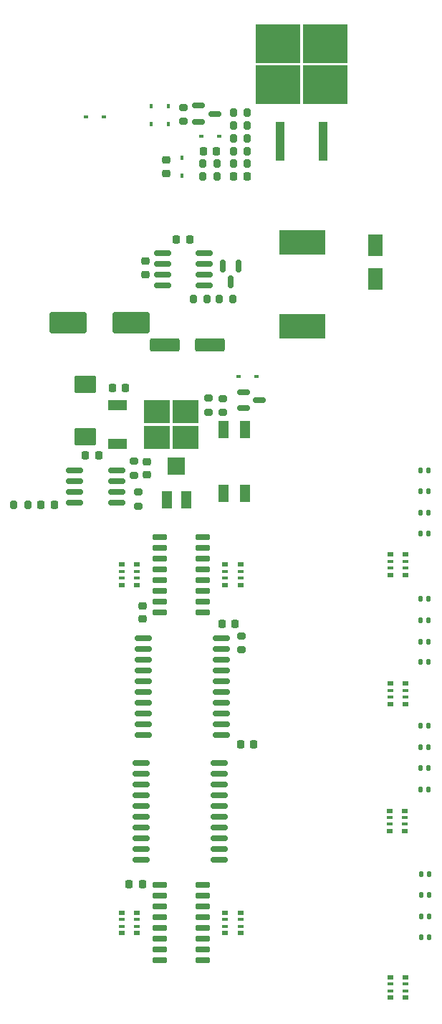
<source format=gbr>
%TF.GenerationSoftware,KiCad,Pcbnew,(6.0.4-0)*%
%TF.CreationDate,2022-05-22T20:42:40+12:00*%
%TF.ProjectId,controller,636f6e74-726f-46c6-9c65-722e6b696361,1.0*%
%TF.SameCoordinates,PX4900f70PY2ebae40*%
%TF.FileFunction,Paste,Top*%
%TF.FilePolarity,Positive*%
%FSLAX46Y46*%
G04 Gerber Fmt 4.6, Leading zero omitted, Abs format (unit mm)*
G04 Created by KiCad (PCBNEW (6.0.4-0)) date 2022-05-22 20:42:40*
%MOMM*%
%LPD*%
G01*
G04 APERTURE LIST*
G04 Aperture macros list*
%AMRoundRect*
0 Rectangle with rounded corners*
0 $1 Rounding radius*
0 $2 $3 $4 $5 $6 $7 $8 $9 X,Y pos of 4 corners*
0 Add a 4 corners polygon primitive as box body*
4,1,4,$2,$3,$4,$5,$6,$7,$8,$9,$2,$3,0*
0 Add four circle primitives for the rounded corners*
1,1,$1+$1,$2,$3*
1,1,$1+$1,$4,$5*
1,1,$1+$1,$6,$7*
1,1,$1+$1,$8,$9*
0 Add four rect primitives between the rounded corners*
20,1,$1+$1,$2,$3,$4,$5,0*
20,1,$1+$1,$4,$5,$6,$7,0*
20,1,$1+$1,$6,$7,$8,$9,0*
20,1,$1+$1,$8,$9,$2,$3,0*%
G04 Aperture macros list end*
%ADD10RoundRect,0.147500X0.147500X0.172500X-0.147500X0.172500X-0.147500X-0.172500X0.147500X-0.172500X0*%
%ADD11RoundRect,0.250000X1.500000X0.550000X-1.500000X0.550000X-1.500000X-0.550000X1.500000X-0.550000X0*%
%ADD12RoundRect,0.225000X0.250000X-0.225000X0.250000X0.225000X-0.250000X0.225000X-0.250000X-0.225000X0*%
%ADD13RoundRect,0.147500X-0.147500X-0.172500X0.147500X-0.172500X0.147500X0.172500X-0.147500X0.172500X0*%
%ADD14R,0.800000X0.500000*%
%ADD15R,0.800000X0.400000*%
%ADD16RoundRect,0.200000X-0.275000X0.200000X-0.275000X-0.200000X0.275000X-0.200000X0.275000X0.200000X0*%
%ADD17RoundRect,0.200000X0.200000X0.275000X-0.200000X0.275000X-0.200000X-0.275000X0.200000X-0.275000X0*%
%ADD18R,1.300000X2.000000*%
%ADD19R,2.000000X2.000000*%
%ADD20RoundRect,0.200000X0.275000X-0.200000X0.275000X0.200000X-0.275000X0.200000X-0.275000X-0.200000X0*%
%ADD21RoundRect,0.150000X-0.875000X-0.150000X0.875000X-0.150000X0.875000X0.150000X-0.875000X0.150000X0*%
%ADD22R,3.050000X2.750000*%
%ADD23R,2.200000X1.200000*%
%ADD24RoundRect,0.200000X-0.200000X-0.275000X0.200000X-0.275000X0.200000X0.275000X-0.200000X0.275000X0*%
%ADD25R,5.400000X2.900000*%
%ADD26R,5.250000X4.550000*%
%ADD27R,1.100000X4.600000*%
%ADD28R,0.600000X0.450000*%
%ADD29R,0.450000X0.600000*%
%ADD30RoundRect,0.250000X1.950000X1.000000X-1.950000X1.000000X-1.950000X-1.000000X1.950000X-1.000000X0*%
%ADD31R,1.200000X2.000000*%
%ADD32R,1.800000X2.500000*%
%ADD33RoundRect,0.225000X-0.250000X0.225000X-0.250000X-0.225000X0.250000X-0.225000X0.250000X0.225000X0*%
%ADD34RoundRect,0.225000X-0.225000X-0.250000X0.225000X-0.250000X0.225000X0.250000X-0.225000X0.250000X0*%
%ADD35RoundRect,0.225000X0.225000X0.250000X-0.225000X0.250000X-0.225000X-0.250000X0.225000X-0.250000X0*%
%ADD36RoundRect,0.150000X-0.150000X0.587500X-0.150000X-0.587500X0.150000X-0.587500X0.150000X0.587500X0*%
%ADD37RoundRect,0.150000X-0.587500X-0.150000X0.587500X-0.150000X0.587500X0.150000X-0.587500X0.150000X0*%
%ADD38RoundRect,0.150000X0.725000X0.150000X-0.725000X0.150000X-0.725000X-0.150000X0.725000X-0.150000X0*%
%ADD39RoundRect,0.150000X-0.825000X-0.150000X0.825000X-0.150000X0.825000X0.150000X-0.825000X0.150000X0*%
%ADD40RoundRect,0.250000X1.025000X-0.787500X1.025000X0.787500X-1.025000X0.787500X-1.025000X-0.787500X0*%
G04 APERTURE END LIST*
D10*
%TO.C,D15*%
X51185000Y-53750000D03*
X50215000Y-53750000D03*
%TD*%
D11*
%TO.C,C10*%
X25375000Y-38950000D03*
X19975000Y-38950000D03*
%TD*%
D12*
%TO.C,C1*%
X20150000Y-18675000D03*
X20150000Y-17125000D03*
%TD*%
D13*
%TO.C,D13*%
X50215000Y-58750000D03*
X51185000Y-58750000D03*
%TD*%
D14*
%TO.C,RN1*%
X14900000Y-64900000D03*
D15*
X14900000Y-65700000D03*
X14900000Y-66500000D03*
D14*
X14900000Y-67300000D03*
X16700000Y-67300000D03*
D15*
X16700000Y-66500000D03*
X16700000Y-65700000D03*
D14*
X16700000Y-64900000D03*
%TD*%
D16*
%TO.C,R13*%
X16350000Y-52675000D03*
X16350000Y-54325000D03*
%TD*%
D17*
%TO.C,R6*%
X26175000Y-17550000D03*
X24525000Y-17550000D03*
%TD*%
D10*
%TO.C,D8*%
X51255000Y-108900000D03*
X50285000Y-108900000D03*
%TD*%
D18*
%TO.C,RV1*%
X20250000Y-57250000D03*
D19*
X21400000Y-53250000D03*
D18*
X22550000Y-57250000D03*
%TD*%
D20*
%TO.C,R16*%
X25150000Y-46905000D03*
X25150000Y-45255000D03*
%TD*%
D21*
%TO.C,U5*%
X17178560Y-88277440D03*
X17178560Y-89547440D03*
X17178560Y-90817440D03*
X17178560Y-92087440D03*
X17178560Y-93357440D03*
X17178560Y-94627440D03*
X17178560Y-95897440D03*
X17178560Y-97167440D03*
X17178560Y-98437440D03*
X17178560Y-99707440D03*
X26478560Y-99707440D03*
X26478560Y-98437440D03*
X26478560Y-97167440D03*
X26478560Y-95897440D03*
X26478560Y-94627440D03*
X26478560Y-93357440D03*
X26478560Y-92087440D03*
X26478560Y-90817440D03*
X26478560Y-89547440D03*
X26478560Y-88277440D03*
%TD*%
D13*
%TO.C,D14*%
X50215000Y-56200000D03*
X51185000Y-56200000D03*
%TD*%
D14*
%TO.C,RN6*%
X48450000Y-66100000D03*
D15*
X48450000Y-65300000D03*
X48450000Y-64500000D03*
D14*
X48450000Y-63700000D03*
X46650000Y-63700000D03*
D15*
X46650000Y-64500000D03*
X46650000Y-65300000D03*
D14*
X46650000Y-66100000D03*
%TD*%
D22*
%TO.C,U1*%
X22425000Y-49903000D03*
X19075000Y-46853000D03*
X22425000Y-46853000D03*
X19075000Y-49903000D03*
D23*
X14450000Y-46098000D03*
X14450000Y-50658000D03*
%TD*%
D17*
%TO.C,R7*%
X29750000Y-17550000D03*
X28100000Y-17550000D03*
%TD*%
D10*
%TO.C,D11*%
X51255000Y-101400000D03*
X50285000Y-101400000D03*
%TD*%
D17*
%TO.C,R12*%
X25025000Y-33500000D03*
X23375000Y-33500000D03*
%TD*%
D24*
%TO.C,R5*%
X28100000Y-11550000D03*
X29750000Y-11550000D03*
%TD*%
D13*
%TO.C,D21*%
X50215000Y-88920000D03*
X51185000Y-88920000D03*
%TD*%
D12*
%TO.C,C11*%
X17900000Y-54275000D03*
X17900000Y-52725000D03*
%TD*%
D17*
%TO.C,R14*%
X3825000Y-57850000D03*
X2175000Y-57850000D03*
%TD*%
D25*
%TO.C,L1*%
X36250000Y-26850000D03*
X36250000Y-36750000D03*
%TD*%
D26*
%TO.C,Q2*%
X38950000Y-8200000D03*
X33400000Y-3350000D03*
X38950000Y-3350000D03*
X33400000Y-8200000D03*
D27*
X33635000Y-14925000D03*
X38715000Y-14925000D03*
%TD*%
D24*
%TO.C,R8*%
X28100000Y-16050000D03*
X29750000Y-16050000D03*
%TD*%
D28*
%TO.C,D2*%
X26400000Y-14350000D03*
X24300000Y-14350000D03*
%TD*%
D29*
%TO.C,D1*%
X22050000Y-16850000D03*
X22050000Y-18950000D03*
%TD*%
D13*
%TO.C,D17*%
X50215000Y-73968000D03*
X51185000Y-73968000D03*
%TD*%
D16*
%TO.C,R17*%
X26850000Y-45275000D03*
X26850000Y-46925000D03*
%TD*%
D30*
%TO.C,C4*%
X16000000Y-36300000D03*
X8600000Y-36300000D03*
%TD*%
D31*
%TO.C,LF1*%
X26980000Y-56478000D03*
X29520000Y-56478000D03*
X29520000Y-48978000D03*
X26980000Y-48978000D03*
%TD*%
D32*
%TO.C,D6*%
X44900000Y-27200000D03*
X44900000Y-31200000D03*
%TD*%
D13*
%TO.C,D22*%
X50215000Y-86440000D03*
X51185000Y-86440000D03*
%TD*%
D33*
%TO.C,C8*%
X17750000Y-29075000D03*
X17750000Y-30625000D03*
%TD*%
D13*
%TO.C,D9*%
X50282500Y-106450000D03*
X51252500Y-106450000D03*
%TD*%
D10*
%TO.C,D12*%
X51185000Y-61250000D03*
X50215000Y-61250000D03*
%TD*%
D14*
%TO.C,RN3*%
X27150000Y-106000000D03*
D15*
X27150000Y-106800000D03*
X27150000Y-107600000D03*
D14*
X27150000Y-108400000D03*
X28950000Y-108400000D03*
D15*
X28950000Y-107600000D03*
X28950000Y-106800000D03*
D14*
X28950000Y-106000000D03*
%TD*%
%TO.C,RN2*%
X14900000Y-105982000D03*
D15*
X14900000Y-106782000D03*
X14900000Y-107582000D03*
D14*
X14900000Y-108382000D03*
X16700000Y-108382000D03*
D15*
X16700000Y-107582000D03*
X16700000Y-106782000D03*
D14*
X16700000Y-105982000D03*
%TD*%
D34*
%TO.C,C16*%
X28944000Y-86100000D03*
X30494000Y-86100000D03*
%TD*%
D35*
%TO.C,C2*%
X26125000Y-16050000D03*
X24575000Y-16050000D03*
%TD*%
D36*
%TO.C,Q3*%
X28750000Y-29640000D03*
X26850000Y-29640000D03*
X27800000Y-31515000D03*
%TD*%
D35*
%TO.C,C5*%
X15375000Y-44050000D03*
X13825000Y-44050000D03*
%TD*%
D13*
%TO.C,D18*%
X50215000Y-71470000D03*
X51185000Y-71470000D03*
%TD*%
%TO.C,D16*%
X50215000Y-76350000D03*
X51185000Y-76350000D03*
%TD*%
D33*
%TO.C,C14*%
X17419000Y-69775000D03*
X17419000Y-71325000D03*
%TD*%
D17*
%TO.C,R9*%
X29750000Y-13050000D03*
X28100000Y-13050000D03*
%TD*%
D37*
%TO.C,Q4*%
X29338500Y-44516000D03*
X29338500Y-46416000D03*
X31213500Y-45466000D03*
%TD*%
D35*
%TO.C,C6*%
X12175000Y-52000000D03*
X10625000Y-52000000D03*
%TD*%
D20*
%TO.C,R2*%
X29050000Y-74975000D03*
X29050000Y-73325000D03*
%TD*%
D14*
%TO.C,RN4*%
X28950000Y-67300000D03*
D15*
X28950000Y-66500000D03*
X28950000Y-65700000D03*
D14*
X28950000Y-64900000D03*
X27150000Y-64900000D03*
D15*
X27150000Y-65700000D03*
X27150000Y-66500000D03*
D14*
X27150000Y-67300000D03*
%TD*%
D34*
%TO.C,C15*%
X26744000Y-71850000D03*
X28294000Y-71850000D03*
%TD*%
%TO.C,C9*%
X21375000Y-26500000D03*
X22925000Y-26500000D03*
%TD*%
D14*
%TO.C,RN8*%
X48400000Y-96350000D03*
D15*
X48400000Y-95550000D03*
X48400000Y-94750000D03*
D14*
X48400000Y-93950000D03*
X46600000Y-93950000D03*
D15*
X46600000Y-94750000D03*
X46600000Y-95550000D03*
D14*
X46600000Y-96350000D03*
%TD*%
D34*
%TO.C,C12*%
X5375000Y-57850000D03*
X6925000Y-57850000D03*
%TD*%
D38*
%TO.C,U6*%
X24529000Y-70505000D03*
X24529000Y-69235000D03*
X24529000Y-67965000D03*
X24529000Y-66695000D03*
X24529000Y-65425000D03*
X24529000Y-64155000D03*
X24529000Y-62885000D03*
X24529000Y-61615000D03*
X19379000Y-61615000D03*
X19379000Y-62885000D03*
X19379000Y-64155000D03*
X19379000Y-65425000D03*
X19379000Y-66695000D03*
X19379000Y-67965000D03*
X19379000Y-69235000D03*
X19379000Y-70505000D03*
%TD*%
D17*
%TO.C,R3*%
X26175000Y-19050000D03*
X24525000Y-19050000D03*
%TD*%
D10*
%TO.C,D19*%
X51185000Y-68950000D03*
X50215000Y-68950000D03*
%TD*%
D29*
%TO.C,D4*%
X18400000Y-10750000D03*
X18400000Y-12850000D03*
%TD*%
D14*
%TO.C,RN5*%
X48450000Y-116000000D03*
D15*
X48450000Y-115200000D03*
X48450000Y-114400000D03*
D14*
X48450000Y-113600000D03*
X46650000Y-113600000D03*
D15*
X46650000Y-114400000D03*
X46650000Y-115200000D03*
D14*
X46650000Y-116000000D03*
%TD*%
D28*
%TO.C,D3*%
X12803000Y-12065000D03*
X10703000Y-12065000D03*
%TD*%
D20*
%TO.C,R15*%
X16840000Y-57975000D03*
X16840000Y-56325000D03*
%TD*%
D28*
%TO.C,D7*%
X28718000Y-42672000D03*
X30818000Y-42672000D03*
%TD*%
D34*
%TO.C,C3*%
X28150000Y-19050000D03*
X29700000Y-19050000D03*
%TD*%
D39*
%TO.C,U3*%
X9355000Y-53783000D03*
X9355000Y-55053000D03*
X9355000Y-56323000D03*
X9355000Y-57593000D03*
X14305000Y-57593000D03*
X14305000Y-56323000D03*
X14305000Y-55053000D03*
X14305000Y-53783000D03*
%TD*%
%TO.C,U2*%
X19725000Y-28095000D03*
X19725000Y-29365000D03*
X19725000Y-30635000D03*
X19725000Y-31905000D03*
X24675000Y-31905000D03*
X24675000Y-30635000D03*
X24675000Y-29365000D03*
X24675000Y-28095000D03*
%TD*%
D37*
%TO.C,Q1*%
X24023500Y-10700000D03*
X24023500Y-12600000D03*
X25898500Y-11650000D03*
%TD*%
D13*
%TO.C,D20*%
X50215000Y-91450000D03*
X51185000Y-91450000D03*
%TD*%
D38*
%TO.C,U7*%
X24529000Y-111627000D03*
X24529000Y-110357000D03*
X24529000Y-109087000D03*
X24529000Y-107817000D03*
X24529000Y-106547000D03*
X24529000Y-105277000D03*
X24529000Y-104007000D03*
X24529000Y-102737000D03*
X19379000Y-102737000D03*
X19379000Y-104007000D03*
X19379000Y-105277000D03*
X19379000Y-106547000D03*
X19379000Y-107817000D03*
X19379000Y-109087000D03*
X19379000Y-110357000D03*
X19379000Y-111627000D03*
%TD*%
D10*
%TO.C,D23*%
X51185000Y-83950000D03*
X50215000Y-83950000D03*
%TD*%
D16*
%TO.C,R10*%
X22200000Y-10925000D03*
X22200000Y-12575000D03*
%TD*%
D14*
%TO.C,RN7*%
X48450000Y-81350000D03*
D15*
X48450000Y-80550000D03*
X48450000Y-79750000D03*
D14*
X48450000Y-78950000D03*
X46650000Y-78950000D03*
D15*
X46650000Y-79750000D03*
X46650000Y-80550000D03*
D14*
X46650000Y-81350000D03*
%TD*%
D35*
%TO.C,C13*%
X17344000Y-102600000D03*
X15794000Y-102600000D03*
%TD*%
D29*
%TO.C,D5*%
X20450000Y-10750000D03*
X20450000Y-12850000D03*
%TD*%
D24*
%TO.C,R11*%
X26425000Y-33500000D03*
X28075000Y-33500000D03*
%TD*%
D21*
%TO.C,U4*%
X17428560Y-73606440D03*
X17428560Y-74876440D03*
X17428560Y-76146440D03*
X17428560Y-77416440D03*
X17428560Y-78686440D03*
X17428560Y-79956440D03*
X17428560Y-81226440D03*
X17428560Y-82496440D03*
X17428560Y-83766440D03*
X17428560Y-85036440D03*
X26728560Y-85036440D03*
X26728560Y-83766440D03*
X26728560Y-82496440D03*
X26728560Y-81226440D03*
X26728560Y-79956440D03*
X26728560Y-78686440D03*
X26728560Y-77416440D03*
X26728560Y-76146440D03*
X26728560Y-74876440D03*
X26728560Y-73606440D03*
%TD*%
D24*
%TO.C,R4*%
X28100000Y-14550000D03*
X29750000Y-14550000D03*
%TD*%
D40*
%TO.C,C7*%
X10600000Y-49812500D03*
X10600000Y-43587500D03*
%TD*%
D13*
%TO.C,D10*%
X50285000Y-103890000D03*
X51255000Y-103890000D03*
%TD*%
M02*

</source>
